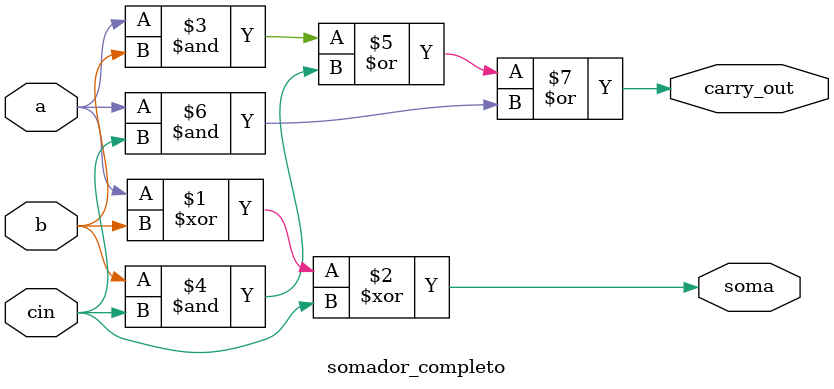
<source format=sv>
module somador_completo (
    input logic a, b, cin,
    output logic soma, carry_out
);
    assign soma = a ^ b ^ cin;
    assign carry_out = (a & b) | (b & cin) | (a & cin);
endmodule

</source>
